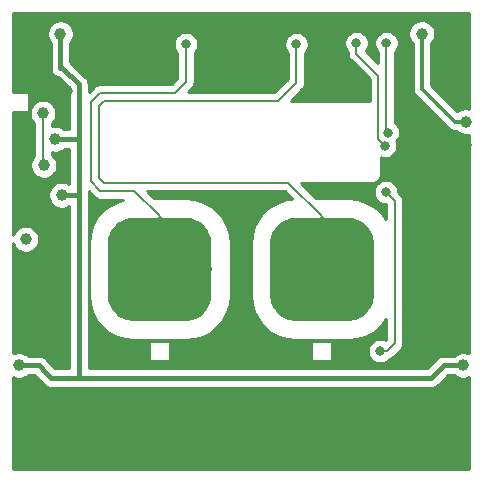
<source format=gbr>
G04 #@! TF.GenerationSoftware,KiCad,Pcbnew,(5.1.4)-1*
G04 #@! TF.CreationDate,2019-12-03T21:31:10+01:00*
G04 #@! TF.ProjectId,Top,546f702e-6b69-4636-9164-5f7063625858,rev?*
G04 #@! TF.SameCoordinates,Original*
G04 #@! TF.FileFunction,Copper,L1,Top*
G04 #@! TF.FilePolarity,Positive*
%FSLAX46Y46*%
G04 Gerber Fmt 4.6, Leading zero omitted, Abs format (unit mm)*
G04 Created by KiCad (PCBNEW (5.1.4)-1) date 2019-12-03 21:31:10*
%MOMM*%
%LPD*%
G04 APERTURE LIST*
%ADD10C,0.100000*%
%ADD11C,8.750000*%
%ADD12C,1.000000*%
%ADD13C,0.800000*%
%ADD14C,0.200000*%
%ADD15C,0.300000*%
%ADD16C,0.400000*%
%ADD17C,0.254000*%
G04 APERTURE END LIST*
D10*
G36*
X159751912Y-113535533D02*
G01*
X159964260Y-113567032D01*
X160172498Y-113619193D01*
X160374620Y-113691514D01*
X160568680Y-113783297D01*
X160752810Y-113893660D01*
X160925235Y-114021540D01*
X161084296Y-114165704D01*
X161228460Y-114324765D01*
X161356340Y-114497190D01*
X161466703Y-114681320D01*
X161558486Y-114875380D01*
X161630807Y-115077502D01*
X161682968Y-115285740D01*
X161714467Y-115498088D01*
X161725000Y-115712500D01*
X161725000Y-120087500D01*
X161714467Y-120301912D01*
X161682968Y-120514260D01*
X161630807Y-120722498D01*
X161558486Y-120924620D01*
X161466703Y-121118680D01*
X161356340Y-121302810D01*
X161228460Y-121475235D01*
X161084296Y-121634296D01*
X160925235Y-121778460D01*
X160752810Y-121906340D01*
X160568680Y-122016703D01*
X160374620Y-122108486D01*
X160172498Y-122180807D01*
X159964260Y-122232968D01*
X159751912Y-122264467D01*
X159537500Y-122275000D01*
X155162500Y-122275000D01*
X154948088Y-122264467D01*
X154735740Y-122232968D01*
X154527502Y-122180807D01*
X154325380Y-122108486D01*
X154131320Y-122016703D01*
X153947190Y-121906340D01*
X153774765Y-121778460D01*
X153615704Y-121634296D01*
X153471540Y-121475235D01*
X153343660Y-121302810D01*
X153233297Y-121118680D01*
X153141514Y-120924620D01*
X153069193Y-120722498D01*
X153017032Y-120514260D01*
X152985533Y-120301912D01*
X152975000Y-120087500D01*
X152975000Y-115712500D01*
X152985533Y-115498088D01*
X153017032Y-115285740D01*
X153069193Y-115077502D01*
X153141514Y-114875380D01*
X153233297Y-114681320D01*
X153343660Y-114497190D01*
X153471540Y-114324765D01*
X153615704Y-114165704D01*
X153774765Y-114021540D01*
X153947190Y-113893660D01*
X154131320Y-113783297D01*
X154325380Y-113691514D01*
X154527502Y-113619193D01*
X154735740Y-113567032D01*
X154948088Y-113535533D01*
X155162500Y-113525000D01*
X159537500Y-113525000D01*
X159751912Y-113535533D01*
X159751912Y-113535533D01*
G37*
D11*
X157350000Y-117900000D03*
D10*
G36*
X146001912Y-113535533D02*
G01*
X146214260Y-113567032D01*
X146422498Y-113619193D01*
X146624620Y-113691514D01*
X146818680Y-113783297D01*
X147002810Y-113893660D01*
X147175235Y-114021540D01*
X147334296Y-114165704D01*
X147478460Y-114324765D01*
X147606340Y-114497190D01*
X147716703Y-114681320D01*
X147808486Y-114875380D01*
X147880807Y-115077502D01*
X147932968Y-115285740D01*
X147964467Y-115498088D01*
X147975000Y-115712500D01*
X147975000Y-120087500D01*
X147964467Y-120301912D01*
X147932968Y-120514260D01*
X147880807Y-120722498D01*
X147808486Y-120924620D01*
X147716703Y-121118680D01*
X147606340Y-121302810D01*
X147478460Y-121475235D01*
X147334296Y-121634296D01*
X147175235Y-121778460D01*
X147002810Y-121906340D01*
X146818680Y-122016703D01*
X146624620Y-122108486D01*
X146422498Y-122180807D01*
X146214260Y-122232968D01*
X146001912Y-122264467D01*
X145787500Y-122275000D01*
X141412500Y-122275000D01*
X141198088Y-122264467D01*
X140985740Y-122232968D01*
X140777502Y-122180807D01*
X140575380Y-122108486D01*
X140381320Y-122016703D01*
X140197190Y-121906340D01*
X140024765Y-121778460D01*
X139865704Y-121634296D01*
X139721540Y-121475235D01*
X139593660Y-121302810D01*
X139483297Y-121118680D01*
X139391514Y-120924620D01*
X139319193Y-120722498D01*
X139267032Y-120514260D01*
X139235533Y-120301912D01*
X139225000Y-120087500D01*
X139225000Y-115712500D01*
X139235533Y-115498088D01*
X139267032Y-115285740D01*
X139319193Y-115077502D01*
X139391514Y-114875380D01*
X139483297Y-114681320D01*
X139593660Y-114497190D01*
X139721540Y-114324765D01*
X139865704Y-114165704D01*
X140024765Y-114021540D01*
X140197190Y-113893660D01*
X140381320Y-113783297D01*
X140575380Y-113691514D01*
X140777502Y-113619193D01*
X140985740Y-113567032D01*
X141198088Y-113535533D01*
X141412500Y-113525000D01*
X145787500Y-113525000D01*
X146001912Y-113535533D01*
X146001912Y-113535533D01*
G37*
D11*
X143600000Y-117900000D03*
D12*
X169300000Y-97950000D03*
X169500000Y-107400000D03*
X131700000Y-97950000D03*
D13*
X161550000Y-97600000D03*
D12*
X169300000Y-133050000D03*
X131700000Y-133050000D03*
D13*
X159000000Y-97600000D03*
X142025000Y-97600000D03*
X139475000Y-97600000D03*
D12*
X139462500Y-100875000D03*
X135749981Y-102812500D03*
X134924999Y-110129376D03*
X158050000Y-100825000D03*
X146050000Y-124825000D03*
X154875000Y-124825000D03*
X135275000Y-115350000D03*
D13*
X150500000Y-111600000D03*
D12*
X133725000Y-104687500D03*
X133799998Y-109100000D03*
X132275000Y-115350000D03*
X165800000Y-97950000D03*
X169500000Y-105400000D03*
X131700000Y-126050000D03*
X169300000Y-126050000D03*
X135200000Y-97950000D03*
X135300000Y-111625000D03*
X134749998Y-106900000D03*
D13*
X160260000Y-98750000D03*
X162680020Y-107450000D03*
X162800000Y-98750000D03*
X162925000Y-106325000D03*
X162262500Y-124825000D03*
X162750000Y-111375000D03*
X155180000Y-98850000D03*
X145825000Y-98850000D03*
D14*
X133725000Y-104687500D02*
X133725000Y-105275000D01*
X133725000Y-109025002D02*
X133799998Y-109100000D01*
X133725000Y-104687500D02*
X133725000Y-109025002D01*
D15*
X165800000Y-100750000D02*
X165800000Y-97950000D01*
X165800000Y-102625000D02*
X165800000Y-100750000D01*
X168575000Y-105400000D02*
X165800000Y-102625000D01*
X169500000Y-105400000D02*
X168575000Y-105400000D01*
D16*
X167650000Y-126050000D02*
X166600000Y-127100000D01*
X169300000Y-126050000D02*
X167650000Y-126050000D01*
X133350000Y-126050000D02*
X131700000Y-126050000D01*
X135200000Y-97950000D02*
X135200000Y-100850000D01*
X134400000Y-127100000D02*
X133962500Y-126662500D01*
X133962500Y-126662500D02*
X133350000Y-126050000D01*
X135200000Y-100850000D02*
X135375000Y-100850000D01*
X135375000Y-100850000D02*
X136749991Y-102224991D01*
X136749991Y-124175009D02*
X136750000Y-124175018D01*
X136750000Y-126975000D02*
X136625000Y-127100000D01*
X136750000Y-124175018D02*
X136750000Y-126975000D01*
X166600000Y-127100000D02*
X136625000Y-127100000D01*
X136625000Y-127100000D02*
X134400000Y-127100000D01*
X136150009Y-111624991D02*
X136749991Y-111624991D01*
X136150000Y-111625000D02*
X136150009Y-111624991D01*
X135300000Y-111625000D02*
X136150000Y-111625000D01*
X136749991Y-111624991D02*
X136749991Y-124175009D01*
X136749991Y-102224991D02*
X136749991Y-106775009D01*
X135457104Y-106900000D02*
X136750000Y-106900000D01*
X134749998Y-106900000D02*
X135457104Y-106900000D01*
X136749991Y-106775009D02*
X136750000Y-106900000D01*
X136750000Y-106900000D02*
X136749991Y-111624991D01*
D14*
X160260000Y-99650000D02*
X162125000Y-101515000D01*
X160260000Y-99650000D02*
X160260000Y-98750000D01*
X162125000Y-106894980D02*
X162125000Y-106400000D01*
X162680020Y-107450000D02*
X162125000Y-106894980D01*
X162125000Y-101515000D02*
X162125000Y-106400000D01*
X162800000Y-106200000D02*
X162925000Y-106325000D01*
X162800000Y-98750000D02*
X162800000Y-106200000D01*
X162850000Y-124825000D02*
X163500000Y-124175000D01*
X162262500Y-124825000D02*
X162850000Y-124825000D01*
X163500000Y-112125000D02*
X163500000Y-116175000D01*
X162750000Y-111375000D02*
X163500000Y-112125000D01*
X163500000Y-124175000D02*
X163500000Y-116175000D01*
X153620000Y-103660000D02*
X155180000Y-102100000D01*
X138860748Y-103660000D02*
X153620000Y-103660000D01*
X157350000Y-113425000D02*
X154505000Y-110580000D01*
X157350000Y-117900000D02*
X157350000Y-113425000D01*
X154505000Y-110580000D02*
X138880748Y-110580000D01*
X138880748Y-110580000D02*
X138480000Y-110179252D01*
X138480000Y-110179252D02*
X138480000Y-104040748D01*
X138480000Y-104040748D02*
X138860748Y-103660000D01*
X155180000Y-102100000D02*
X155180000Y-98850000D01*
X137779990Y-103745010D02*
X138575000Y-102950000D01*
X144925000Y-102950000D02*
X145825000Y-102050000D01*
X137779990Y-110469205D02*
X137779990Y-103745010D01*
X143600000Y-117900000D02*
X143600000Y-113425000D01*
X143600000Y-113425000D02*
X141455010Y-111280010D01*
X138575000Y-102950000D02*
X144925000Y-102950000D01*
X138590793Y-111280010D02*
X137779990Y-110469205D01*
X141455010Y-111280010D02*
X138590793Y-111280010D01*
X145825000Y-102050000D02*
X145825000Y-98850000D01*
D17*
G36*
X133401070Y-127281939D02*
G01*
X133401081Y-127281948D01*
X133780554Y-127661421D01*
X133806709Y-127693291D01*
X133933854Y-127797636D01*
X134078913Y-127875172D01*
X134236311Y-127922918D01*
X134358981Y-127935000D01*
X134358991Y-127935000D01*
X134399999Y-127939039D01*
X134441007Y-127935000D01*
X136583982Y-127935000D01*
X136625000Y-127939040D01*
X136666018Y-127935000D01*
X166558982Y-127935000D01*
X166600000Y-127939040D01*
X166641018Y-127935000D01*
X166641019Y-127935000D01*
X166763689Y-127922918D01*
X166921087Y-127875172D01*
X167066146Y-127797636D01*
X167193291Y-127693291D01*
X167219446Y-127661421D01*
X167995868Y-126885000D01*
X168529868Y-126885000D01*
X168576480Y-126931612D01*
X168762376Y-127055824D01*
X168968933Y-127141383D01*
X169188212Y-127185000D01*
X169411788Y-127185000D01*
X169631067Y-127141383D01*
X169815001Y-127065195D01*
X169815001Y-134815000D01*
X131185000Y-134815000D01*
X131185000Y-127065195D01*
X131368933Y-127141383D01*
X131588212Y-127185000D01*
X131811788Y-127185000D01*
X132031067Y-127141383D01*
X132237624Y-127055824D01*
X132423520Y-126931612D01*
X132470132Y-126885000D01*
X133004132Y-126885000D01*
X133401070Y-127281939D01*
X133401070Y-127281939D01*
G37*
X133401070Y-127281939D02*
X133401081Y-127281948D01*
X133780554Y-127661421D01*
X133806709Y-127693291D01*
X133933854Y-127797636D01*
X134078913Y-127875172D01*
X134236311Y-127922918D01*
X134358981Y-127935000D01*
X134358991Y-127935000D01*
X134399999Y-127939039D01*
X134441007Y-127935000D01*
X136583982Y-127935000D01*
X136625000Y-127939040D01*
X136666018Y-127935000D01*
X166558982Y-127935000D01*
X166600000Y-127939040D01*
X166641018Y-127935000D01*
X166641019Y-127935000D01*
X166763689Y-127922918D01*
X166921087Y-127875172D01*
X167066146Y-127797636D01*
X167193291Y-127693291D01*
X167219446Y-127661421D01*
X167995868Y-126885000D01*
X168529868Y-126885000D01*
X168576480Y-126931612D01*
X168762376Y-127055824D01*
X168968933Y-127141383D01*
X169188212Y-127185000D01*
X169411788Y-127185000D01*
X169631067Y-127141383D01*
X169815001Y-127065195D01*
X169815001Y-134815000D01*
X131185000Y-134815000D01*
X131185000Y-127065195D01*
X131368933Y-127141383D01*
X131588212Y-127185000D01*
X131811788Y-127185000D01*
X132031067Y-127141383D01*
X132237624Y-127055824D01*
X132423520Y-126931612D01*
X132470132Y-126885000D01*
X133004132Y-126885000D01*
X133401070Y-127281939D01*
G36*
X169815000Y-104305421D02*
G01*
X169611788Y-104265000D01*
X169388212Y-104265000D01*
X169168933Y-104308617D01*
X168962376Y-104394176D01*
X168792704Y-104507547D01*
X166585000Y-102299843D01*
X166585000Y-98770132D01*
X166681612Y-98673520D01*
X166805824Y-98487624D01*
X166891383Y-98281067D01*
X166935000Y-98061788D01*
X166935000Y-97838212D01*
X166891383Y-97618933D01*
X166805824Y-97412376D01*
X166681612Y-97226480D01*
X166523520Y-97068388D01*
X166337624Y-96944176D01*
X166131067Y-96858617D01*
X165911788Y-96815000D01*
X165688212Y-96815000D01*
X165468933Y-96858617D01*
X165262376Y-96944176D01*
X165076480Y-97068388D01*
X164918388Y-97226480D01*
X164794176Y-97412376D01*
X164708617Y-97618933D01*
X164665000Y-97838212D01*
X164665000Y-98061788D01*
X164708617Y-98281067D01*
X164794176Y-98487624D01*
X164918388Y-98673520D01*
X165015001Y-98770133D01*
X165015000Y-100788560D01*
X165015001Y-100788570D01*
X165015000Y-102586447D01*
X165011203Y-102625000D01*
X165015000Y-102663553D01*
X165015000Y-102663560D01*
X165026359Y-102778886D01*
X165071246Y-102926859D01*
X165144138Y-103063232D01*
X165242236Y-103182764D01*
X165272190Y-103207347D01*
X167992653Y-105927810D01*
X168017236Y-105957764D01*
X168136767Y-106055862D01*
X168263348Y-106123520D01*
X168273140Y-106128754D01*
X168421113Y-106173642D01*
X168494975Y-106180916D01*
X168536439Y-106185000D01*
X168536444Y-106185000D01*
X168575000Y-106188797D01*
X168613556Y-106185000D01*
X168679868Y-106185000D01*
X168776480Y-106281612D01*
X168962376Y-106405824D01*
X169168933Y-106491383D01*
X169388212Y-106535000D01*
X169611788Y-106535000D01*
X169815000Y-106494579D01*
X169815001Y-125034805D01*
X169631067Y-124958617D01*
X169411788Y-124915000D01*
X169188212Y-124915000D01*
X168968933Y-124958617D01*
X168762376Y-125044176D01*
X168576480Y-125168388D01*
X168529868Y-125215000D01*
X167691015Y-125215000D01*
X167649999Y-125210960D01*
X167608983Y-125215000D01*
X167608981Y-125215000D01*
X167486311Y-125227082D01*
X167328913Y-125274828D01*
X167183854Y-125352364D01*
X167056709Y-125456709D01*
X167030558Y-125488574D01*
X166254133Y-126265000D01*
X137585000Y-126265000D01*
X137585000Y-124216036D01*
X137589040Y-124175018D01*
X137584991Y-124133908D01*
X137584991Y-124075000D01*
X142723000Y-124075000D01*
X142723000Y-125575000D01*
X142725440Y-125599776D01*
X142732667Y-125623601D01*
X142744403Y-125645557D01*
X142760197Y-125664803D01*
X142779443Y-125680597D01*
X142801399Y-125692333D01*
X142825224Y-125699560D01*
X142850000Y-125702000D01*
X144350000Y-125702000D01*
X144374776Y-125699560D01*
X144398601Y-125692333D01*
X144420557Y-125680597D01*
X144439803Y-125664803D01*
X144455597Y-125645557D01*
X144467333Y-125623601D01*
X144474560Y-125599776D01*
X144477000Y-125575000D01*
X144477000Y-124075000D01*
X156448000Y-124075000D01*
X156448000Y-125575000D01*
X156450440Y-125599776D01*
X156457667Y-125623601D01*
X156469403Y-125645557D01*
X156485197Y-125664803D01*
X156504443Y-125680597D01*
X156526399Y-125692333D01*
X156550224Y-125699560D01*
X156575000Y-125702000D01*
X158075000Y-125702000D01*
X158099776Y-125699560D01*
X158123601Y-125692333D01*
X158145557Y-125680597D01*
X158164803Y-125664803D01*
X158180597Y-125645557D01*
X158192333Y-125623601D01*
X158199560Y-125599776D01*
X158202000Y-125575000D01*
X158202000Y-124075000D01*
X158199560Y-124050224D01*
X158192333Y-124026399D01*
X158180597Y-124004443D01*
X158164803Y-123985197D01*
X158145557Y-123969403D01*
X158123601Y-123957667D01*
X158099776Y-123950440D01*
X158075000Y-123948000D01*
X156575000Y-123948000D01*
X156550224Y-123950440D01*
X156526399Y-123957667D01*
X156504443Y-123969403D01*
X156485197Y-123985197D01*
X156469403Y-124004443D01*
X156457667Y-124026399D01*
X156450440Y-124050224D01*
X156448000Y-124075000D01*
X144477000Y-124075000D01*
X144474560Y-124050224D01*
X144467333Y-124026399D01*
X144455597Y-124004443D01*
X144439803Y-123985197D01*
X144420557Y-123969403D01*
X144398601Y-123957667D01*
X144374776Y-123950440D01*
X144350000Y-123948000D01*
X142850000Y-123948000D01*
X142825224Y-123950440D01*
X142801399Y-123957667D01*
X142779443Y-123969403D01*
X142760197Y-123985197D01*
X142744403Y-124004443D01*
X142732667Y-124026399D01*
X142725440Y-124050224D01*
X142723000Y-124075000D01*
X137584991Y-124075000D01*
X137584991Y-111666008D01*
X137589031Y-111624991D01*
X137584990Y-111583964D01*
X137584991Y-111313653D01*
X138045538Y-111774202D01*
X138068555Y-111802248D01*
X138180473Y-111894097D01*
X138308160Y-111962347D01*
X138446708Y-112004375D01*
X138554688Y-112015010D01*
X138554690Y-112015010D01*
X138590792Y-112018566D01*
X138626897Y-112015010D01*
X140497230Y-112015010D01*
X139949742Y-112181089D01*
X139288904Y-112534314D01*
X138709675Y-113009675D01*
X138234314Y-113588904D01*
X137881089Y-114249742D01*
X137663574Y-114966792D01*
X137590128Y-115712500D01*
X137590128Y-120087500D01*
X137663574Y-120833208D01*
X137881089Y-121550258D01*
X138234314Y-122211096D01*
X138709675Y-122790325D01*
X139288904Y-123265686D01*
X139949742Y-123618911D01*
X140666792Y-123836426D01*
X141412500Y-123909872D01*
X145787500Y-123909872D01*
X146533208Y-123836426D01*
X147250258Y-123618911D01*
X147911096Y-123265686D01*
X148490325Y-122790325D01*
X148965686Y-122211096D01*
X149318911Y-121550258D01*
X149536426Y-120833208D01*
X149609872Y-120087500D01*
X149609872Y-115712500D01*
X149536426Y-114966792D01*
X149318911Y-114249742D01*
X148965686Y-113588904D01*
X148490325Y-113009675D01*
X147911096Y-112534314D01*
X147250258Y-112181089D01*
X146533208Y-111963574D01*
X145787500Y-111890128D01*
X143104575Y-111890128D01*
X142529446Y-111315000D01*
X154200554Y-111315000D01*
X154810364Y-111924810D01*
X154416792Y-111963574D01*
X153699742Y-112181089D01*
X153038904Y-112534314D01*
X152459675Y-113009675D01*
X151984314Y-113588904D01*
X151631089Y-114249742D01*
X151413574Y-114966792D01*
X151340128Y-115712500D01*
X151340128Y-120087500D01*
X151413574Y-120833208D01*
X151631089Y-121550258D01*
X151984314Y-122211096D01*
X152459675Y-122790325D01*
X153038904Y-123265686D01*
X153699742Y-123618911D01*
X154416792Y-123836426D01*
X155162500Y-123909872D01*
X159537500Y-123909872D01*
X160283208Y-123836426D01*
X161000258Y-123618911D01*
X161661096Y-123265686D01*
X162240325Y-122790325D01*
X162715686Y-122211096D01*
X162765000Y-122118835D01*
X162765000Y-123870553D01*
X162735080Y-123900473D01*
X162564398Y-123829774D01*
X162364439Y-123790000D01*
X162160561Y-123790000D01*
X161960602Y-123829774D01*
X161772244Y-123907795D01*
X161602726Y-124021063D01*
X161458563Y-124165226D01*
X161345295Y-124334744D01*
X161267274Y-124523102D01*
X161227500Y-124723061D01*
X161227500Y-124926939D01*
X161267274Y-125126898D01*
X161345295Y-125315256D01*
X161458563Y-125484774D01*
X161602726Y-125628937D01*
X161772244Y-125742205D01*
X161960602Y-125820226D01*
X162160561Y-125860000D01*
X162364439Y-125860000D01*
X162564398Y-125820226D01*
X162752756Y-125742205D01*
X162922274Y-125628937D01*
X163005225Y-125545986D01*
X163132633Y-125507337D01*
X163260320Y-125439087D01*
X163372238Y-125347238D01*
X163395258Y-125319188D01*
X163994197Y-124720250D01*
X164022237Y-124697238D01*
X164045250Y-124669197D01*
X164045253Y-124669194D01*
X164114087Y-124585320D01*
X164161778Y-124496096D01*
X164182337Y-124457633D01*
X164224365Y-124319085D01*
X164235000Y-124211105D01*
X164235000Y-124211104D01*
X164238556Y-124175000D01*
X164235000Y-124138895D01*
X164235000Y-112161096D01*
X164238555Y-112124999D01*
X164235000Y-112088902D01*
X164235000Y-112088895D01*
X164224365Y-111980915D01*
X164218733Y-111962347D01*
X164198029Y-111894097D01*
X164182337Y-111842367D01*
X164114087Y-111714680D01*
X164074145Y-111666011D01*
X164045253Y-111630806D01*
X164045250Y-111630803D01*
X164022237Y-111602762D01*
X163994197Y-111579750D01*
X163785000Y-111370553D01*
X163785000Y-111273061D01*
X163745226Y-111073102D01*
X163667205Y-110884744D01*
X163553937Y-110715226D01*
X163409774Y-110571063D01*
X163240256Y-110457795D01*
X163051898Y-110379774D01*
X162851939Y-110340000D01*
X162648061Y-110340000D01*
X162448102Y-110379774D01*
X162259744Y-110457795D01*
X162090226Y-110571063D01*
X161946063Y-110715226D01*
X161832795Y-110884744D01*
X161754774Y-111073102D01*
X161715000Y-111273061D01*
X161715000Y-111476939D01*
X161754774Y-111676898D01*
X161832795Y-111865256D01*
X161946063Y-112034774D01*
X162090226Y-112178937D01*
X162259744Y-112292205D01*
X162448102Y-112370226D01*
X162648061Y-112410000D01*
X162745553Y-112410000D01*
X162765000Y-112429447D01*
X162765000Y-113681165D01*
X162715686Y-113588904D01*
X162240325Y-113009675D01*
X161661096Y-112534314D01*
X161000258Y-112181089D01*
X160283208Y-111963574D01*
X159537500Y-111890128D01*
X156854575Y-111890128D01*
X155559446Y-110595000D01*
X161596353Y-110595000D01*
X161630000Y-110598314D01*
X161764283Y-110585088D01*
X161893406Y-110545919D01*
X162012407Y-110482312D01*
X162116711Y-110396711D01*
X162202312Y-110292407D01*
X162265919Y-110173406D01*
X162305088Y-110044283D01*
X162315000Y-109943647D01*
X162315000Y-109943646D01*
X162318314Y-109910000D01*
X162315000Y-109876353D01*
X162315000Y-108419080D01*
X162378122Y-108445226D01*
X162578081Y-108485000D01*
X162781959Y-108485000D01*
X162981918Y-108445226D01*
X163170276Y-108367205D01*
X163339794Y-108253937D01*
X163483957Y-108109774D01*
X163597225Y-107940256D01*
X163675246Y-107751898D01*
X163715020Y-107551939D01*
X163715020Y-107348061D01*
X163675246Y-107148102D01*
X163643134Y-107070577D01*
X163728937Y-106984774D01*
X163842205Y-106815256D01*
X163920226Y-106626898D01*
X163960000Y-106426939D01*
X163960000Y-106223061D01*
X163920226Y-106023102D01*
X163842205Y-105834744D01*
X163728937Y-105665226D01*
X163584774Y-105521063D01*
X163535000Y-105487805D01*
X163535000Y-99478711D01*
X163603937Y-99409774D01*
X163717205Y-99240256D01*
X163795226Y-99051898D01*
X163835000Y-98851939D01*
X163835000Y-98648061D01*
X163795226Y-98448102D01*
X163717205Y-98259744D01*
X163603937Y-98090226D01*
X163459774Y-97946063D01*
X163290256Y-97832795D01*
X163101898Y-97754774D01*
X162901939Y-97715000D01*
X162698061Y-97715000D01*
X162498102Y-97754774D01*
X162309744Y-97832795D01*
X162140226Y-97946063D01*
X161996063Y-98090226D01*
X161882795Y-98259744D01*
X161804774Y-98448102D01*
X161765000Y-98648061D01*
X161765000Y-98851939D01*
X161804774Y-99051898D01*
X161882795Y-99240256D01*
X161996063Y-99409774D01*
X162065000Y-99478711D01*
X162065000Y-100415554D01*
X161061579Y-99412132D01*
X161063937Y-99409774D01*
X161177205Y-99240256D01*
X161255226Y-99051898D01*
X161295000Y-98851939D01*
X161295000Y-98648061D01*
X161255226Y-98448102D01*
X161177205Y-98259744D01*
X161063937Y-98090226D01*
X160919774Y-97946063D01*
X160750256Y-97832795D01*
X160561898Y-97754774D01*
X160361939Y-97715000D01*
X160158061Y-97715000D01*
X159958102Y-97754774D01*
X159769744Y-97832795D01*
X159600226Y-97946063D01*
X159456063Y-98090226D01*
X159342795Y-98259744D01*
X159264774Y-98448102D01*
X159225000Y-98648061D01*
X159225000Y-98851939D01*
X159264774Y-99051898D01*
X159342795Y-99240256D01*
X159456063Y-99409774D01*
X159525000Y-99478711D01*
X159525000Y-99613895D01*
X159521444Y-99650000D01*
X159525000Y-99686104D01*
X159535635Y-99794084D01*
X159577663Y-99932632D01*
X159645913Y-100060319D01*
X159737762Y-100172237D01*
X159765808Y-100195254D01*
X161390000Y-101819447D01*
X161390000Y-103625000D01*
X154694446Y-103625000D01*
X155674197Y-102645250D01*
X155702237Y-102622238D01*
X155725250Y-102594197D01*
X155725253Y-102594194D01*
X155794086Y-102510321D01*
X155794087Y-102510320D01*
X155862337Y-102382633D01*
X155891616Y-102286114D01*
X155904365Y-102244086D01*
X155906246Y-102224991D01*
X155915000Y-102136105D01*
X155915000Y-102136098D01*
X155918555Y-102100001D01*
X155915000Y-102063904D01*
X155915000Y-99578711D01*
X155983937Y-99509774D01*
X156097205Y-99340256D01*
X156175226Y-99151898D01*
X156215000Y-98951939D01*
X156215000Y-98748061D01*
X156175226Y-98548102D01*
X156097205Y-98359744D01*
X155983937Y-98190226D01*
X155839774Y-98046063D01*
X155670256Y-97932795D01*
X155481898Y-97854774D01*
X155281939Y-97815000D01*
X155078061Y-97815000D01*
X154878102Y-97854774D01*
X154689744Y-97932795D01*
X154520226Y-98046063D01*
X154376063Y-98190226D01*
X154262795Y-98359744D01*
X154184774Y-98548102D01*
X154145000Y-98748061D01*
X154145000Y-98951939D01*
X154184774Y-99151898D01*
X154262795Y-99340256D01*
X154376063Y-99509774D01*
X154445001Y-99578712D01*
X154445000Y-101795553D01*
X153315554Y-102925000D01*
X145989447Y-102925000D01*
X146319197Y-102595250D01*
X146347237Y-102572238D01*
X146370250Y-102544197D01*
X146370253Y-102544194D01*
X146439086Y-102460321D01*
X146439087Y-102460320D01*
X146507337Y-102332633D01*
X146549365Y-102194085D01*
X146560000Y-102086105D01*
X146560000Y-102086096D01*
X146563555Y-102050001D01*
X146560000Y-102013906D01*
X146560000Y-99578711D01*
X146628937Y-99509774D01*
X146742205Y-99340256D01*
X146820226Y-99151898D01*
X146860000Y-98951939D01*
X146860000Y-98748061D01*
X146820226Y-98548102D01*
X146742205Y-98359744D01*
X146628937Y-98190226D01*
X146484774Y-98046063D01*
X146315256Y-97932795D01*
X146126898Y-97854774D01*
X145926939Y-97815000D01*
X145723061Y-97815000D01*
X145523102Y-97854774D01*
X145334744Y-97932795D01*
X145165226Y-98046063D01*
X145021063Y-98190226D01*
X144907795Y-98359744D01*
X144829774Y-98548102D01*
X144790000Y-98748061D01*
X144790000Y-98951939D01*
X144829774Y-99151898D01*
X144907795Y-99340256D01*
X145021063Y-99509774D01*
X145090001Y-99578712D01*
X145090000Y-101745553D01*
X144620554Y-102215000D01*
X138611105Y-102215000D01*
X138575000Y-102211444D01*
X138538895Y-102215000D01*
X138430915Y-102225635D01*
X138292367Y-102267663D01*
X138164680Y-102335913D01*
X138052762Y-102427762D01*
X138029746Y-102455807D01*
X137584991Y-102900563D01*
X137584991Y-102266009D01*
X137589031Y-102224991D01*
X137572909Y-102061302D01*
X137525163Y-101903904D01*
X137447627Y-101758845D01*
X137369430Y-101663561D01*
X137369428Y-101663559D01*
X137343282Y-101631700D01*
X137311424Y-101605555D01*
X136035000Y-100329133D01*
X136035000Y-98720132D01*
X136081612Y-98673520D01*
X136205824Y-98487624D01*
X136291383Y-98281067D01*
X136335000Y-98061788D01*
X136335000Y-97838212D01*
X136291383Y-97618933D01*
X136205824Y-97412376D01*
X136081612Y-97226480D01*
X135923520Y-97068388D01*
X135737624Y-96944176D01*
X135531067Y-96858617D01*
X135311788Y-96815000D01*
X135088212Y-96815000D01*
X134868933Y-96858617D01*
X134662376Y-96944176D01*
X134476480Y-97068388D01*
X134318388Y-97226480D01*
X134194176Y-97412376D01*
X134108617Y-97618933D01*
X134065000Y-97838212D01*
X134065000Y-98061788D01*
X134108617Y-98281067D01*
X134194176Y-98487624D01*
X134318388Y-98673520D01*
X134365000Y-98720132D01*
X134365001Y-100808971D01*
X134360960Y-100850000D01*
X134377082Y-101013689D01*
X134424828Y-101171087D01*
X134502364Y-101316146D01*
X134606709Y-101443291D01*
X134733854Y-101547636D01*
X134878913Y-101625172D01*
X135008664Y-101664531D01*
X135914991Y-102570860D01*
X135914992Y-106065000D01*
X135520130Y-106065000D01*
X135473518Y-106018388D01*
X135287622Y-105894176D01*
X135081065Y-105808617D01*
X134861786Y-105765000D01*
X134638210Y-105765000D01*
X134460000Y-105800448D01*
X134460000Y-105557632D01*
X134606612Y-105411020D01*
X134730824Y-105225124D01*
X134816383Y-105018567D01*
X134860000Y-104799288D01*
X134860000Y-104575712D01*
X134816383Y-104356433D01*
X134730824Y-104149876D01*
X134606612Y-103963980D01*
X134448520Y-103805888D01*
X134262624Y-103681676D01*
X134056067Y-103596117D01*
X133836788Y-103552500D01*
X133613212Y-103552500D01*
X133393933Y-103596117D01*
X133187376Y-103681676D01*
X133001480Y-103805888D01*
X132843388Y-103963980D01*
X132719176Y-104149876D01*
X132633617Y-104356433D01*
X132590000Y-104575712D01*
X132590000Y-104799288D01*
X132633617Y-105018567D01*
X132719176Y-105225124D01*
X132843388Y-105411020D01*
X132990000Y-105557632D01*
X132990001Y-108304865D01*
X132918386Y-108376480D01*
X132794174Y-108562376D01*
X132708615Y-108768933D01*
X132664998Y-108988212D01*
X132664998Y-109211788D01*
X132708615Y-109431067D01*
X132794174Y-109637624D01*
X132918386Y-109823520D01*
X133076478Y-109981612D01*
X133262374Y-110105824D01*
X133468931Y-110191383D01*
X133688210Y-110235000D01*
X133911786Y-110235000D01*
X134131065Y-110191383D01*
X134337622Y-110105824D01*
X134523518Y-109981612D01*
X134681610Y-109823520D01*
X134805822Y-109637624D01*
X134891381Y-109431067D01*
X134934998Y-109211788D01*
X134934998Y-108988212D01*
X134891381Y-108768933D01*
X134805822Y-108562376D01*
X134681610Y-108376480D01*
X134523518Y-108218388D01*
X134460000Y-108175947D01*
X134460000Y-107999552D01*
X134638210Y-108035000D01*
X134861786Y-108035000D01*
X135081065Y-107991383D01*
X135287622Y-107905824D01*
X135473518Y-107781612D01*
X135520130Y-107735000D01*
X135914999Y-107735000D01*
X135914993Y-110670872D01*
X135837624Y-110619176D01*
X135631067Y-110533617D01*
X135411788Y-110490000D01*
X135188212Y-110490000D01*
X134968933Y-110533617D01*
X134762376Y-110619176D01*
X134576480Y-110743388D01*
X134418388Y-110901480D01*
X134294176Y-111087376D01*
X134208617Y-111293933D01*
X134165000Y-111513212D01*
X134165000Y-111736788D01*
X134208617Y-111956067D01*
X134294176Y-112162624D01*
X134418388Y-112348520D01*
X134576480Y-112506612D01*
X134762376Y-112630824D01*
X134968933Y-112716383D01*
X135188212Y-112760000D01*
X135411788Y-112760000D01*
X135631067Y-112716383D01*
X135837624Y-112630824D01*
X135914991Y-112579129D01*
X135914992Y-124133980D01*
X135910951Y-124175009D01*
X135915000Y-124216119D01*
X135915001Y-126265000D01*
X134745867Y-126265000D01*
X134581948Y-126101081D01*
X134581939Y-126101070D01*
X133969445Y-125488578D01*
X133943291Y-125456709D01*
X133816146Y-125352364D01*
X133671087Y-125274828D01*
X133513689Y-125227082D01*
X133391019Y-125215000D01*
X133391018Y-125215000D01*
X133350000Y-125210960D01*
X133308982Y-125215000D01*
X132470132Y-125215000D01*
X132423520Y-125168388D01*
X132237624Y-125044176D01*
X132031067Y-124958617D01*
X131811788Y-124915000D01*
X131588212Y-124915000D01*
X131368933Y-124958617D01*
X131185000Y-125034805D01*
X131185000Y-115684406D01*
X131269176Y-115887624D01*
X131393388Y-116073520D01*
X131551480Y-116231612D01*
X131737376Y-116355824D01*
X131943933Y-116441383D01*
X132163212Y-116485000D01*
X132386788Y-116485000D01*
X132606067Y-116441383D01*
X132812624Y-116355824D01*
X132998520Y-116231612D01*
X133156612Y-116073520D01*
X133280824Y-115887624D01*
X133366383Y-115681067D01*
X133410000Y-115461788D01*
X133410000Y-115238212D01*
X133366383Y-115018933D01*
X133280824Y-114812376D01*
X133156612Y-114626480D01*
X132998520Y-114468388D01*
X132812624Y-114344176D01*
X132606067Y-114258617D01*
X132386788Y-114215000D01*
X132163212Y-114215000D01*
X131943933Y-114258617D01*
X131737376Y-114344176D01*
X131551480Y-114468388D01*
X131393388Y-114626480D01*
X131269176Y-114812376D01*
X131185000Y-115015594D01*
X131185000Y-104627000D01*
X132425000Y-104627000D01*
X132449776Y-104624560D01*
X132473601Y-104617333D01*
X132495557Y-104605597D01*
X132514803Y-104589803D01*
X132530597Y-104570557D01*
X132542333Y-104548601D01*
X132549560Y-104524776D01*
X132552000Y-104500000D01*
X132552000Y-103000000D01*
X132549560Y-102975224D01*
X132542333Y-102951399D01*
X132530597Y-102929443D01*
X132514803Y-102910197D01*
X132495557Y-102894403D01*
X132473601Y-102882667D01*
X132449776Y-102875440D01*
X132425000Y-102873000D01*
X131185000Y-102873000D01*
X131185000Y-96185000D01*
X169815000Y-96185000D01*
X169815000Y-104305421D01*
X169815000Y-104305421D01*
G37*
X169815000Y-104305421D02*
X169611788Y-104265000D01*
X169388212Y-104265000D01*
X169168933Y-104308617D01*
X168962376Y-104394176D01*
X168792704Y-104507547D01*
X166585000Y-102299843D01*
X166585000Y-98770132D01*
X166681612Y-98673520D01*
X166805824Y-98487624D01*
X166891383Y-98281067D01*
X166935000Y-98061788D01*
X166935000Y-97838212D01*
X166891383Y-97618933D01*
X166805824Y-97412376D01*
X166681612Y-97226480D01*
X166523520Y-97068388D01*
X166337624Y-96944176D01*
X166131067Y-96858617D01*
X165911788Y-96815000D01*
X165688212Y-96815000D01*
X165468933Y-96858617D01*
X165262376Y-96944176D01*
X165076480Y-97068388D01*
X164918388Y-97226480D01*
X164794176Y-97412376D01*
X164708617Y-97618933D01*
X164665000Y-97838212D01*
X164665000Y-98061788D01*
X164708617Y-98281067D01*
X164794176Y-98487624D01*
X164918388Y-98673520D01*
X165015001Y-98770133D01*
X165015000Y-100788560D01*
X165015001Y-100788570D01*
X165015000Y-102586447D01*
X165011203Y-102625000D01*
X165015000Y-102663553D01*
X165015000Y-102663560D01*
X165026359Y-102778886D01*
X165071246Y-102926859D01*
X165144138Y-103063232D01*
X165242236Y-103182764D01*
X165272190Y-103207347D01*
X167992653Y-105927810D01*
X168017236Y-105957764D01*
X168136767Y-106055862D01*
X168263348Y-106123520D01*
X168273140Y-106128754D01*
X168421113Y-106173642D01*
X168494975Y-106180916D01*
X168536439Y-106185000D01*
X168536444Y-106185000D01*
X168575000Y-106188797D01*
X168613556Y-106185000D01*
X168679868Y-106185000D01*
X168776480Y-106281612D01*
X168962376Y-106405824D01*
X169168933Y-106491383D01*
X169388212Y-106535000D01*
X169611788Y-106535000D01*
X169815000Y-106494579D01*
X169815001Y-125034805D01*
X169631067Y-124958617D01*
X169411788Y-124915000D01*
X169188212Y-124915000D01*
X168968933Y-124958617D01*
X168762376Y-125044176D01*
X168576480Y-125168388D01*
X168529868Y-125215000D01*
X167691015Y-125215000D01*
X167649999Y-125210960D01*
X167608983Y-125215000D01*
X167608981Y-125215000D01*
X167486311Y-125227082D01*
X167328913Y-125274828D01*
X167183854Y-125352364D01*
X167056709Y-125456709D01*
X167030558Y-125488574D01*
X166254133Y-126265000D01*
X137585000Y-126265000D01*
X137585000Y-124216036D01*
X137589040Y-124175018D01*
X137584991Y-124133908D01*
X137584991Y-124075000D01*
X142723000Y-124075000D01*
X142723000Y-125575000D01*
X142725440Y-125599776D01*
X142732667Y-125623601D01*
X142744403Y-125645557D01*
X142760197Y-125664803D01*
X142779443Y-125680597D01*
X142801399Y-125692333D01*
X142825224Y-125699560D01*
X142850000Y-125702000D01*
X144350000Y-125702000D01*
X144374776Y-125699560D01*
X144398601Y-125692333D01*
X144420557Y-125680597D01*
X144439803Y-125664803D01*
X144455597Y-125645557D01*
X144467333Y-125623601D01*
X144474560Y-125599776D01*
X144477000Y-125575000D01*
X144477000Y-124075000D01*
X156448000Y-124075000D01*
X156448000Y-125575000D01*
X156450440Y-125599776D01*
X156457667Y-125623601D01*
X156469403Y-125645557D01*
X156485197Y-125664803D01*
X156504443Y-125680597D01*
X156526399Y-125692333D01*
X156550224Y-125699560D01*
X156575000Y-125702000D01*
X158075000Y-125702000D01*
X158099776Y-125699560D01*
X158123601Y-125692333D01*
X158145557Y-125680597D01*
X158164803Y-125664803D01*
X158180597Y-125645557D01*
X158192333Y-125623601D01*
X158199560Y-125599776D01*
X158202000Y-125575000D01*
X158202000Y-124075000D01*
X158199560Y-124050224D01*
X158192333Y-124026399D01*
X158180597Y-124004443D01*
X158164803Y-123985197D01*
X158145557Y-123969403D01*
X158123601Y-123957667D01*
X158099776Y-123950440D01*
X158075000Y-123948000D01*
X156575000Y-123948000D01*
X156550224Y-123950440D01*
X156526399Y-123957667D01*
X156504443Y-123969403D01*
X156485197Y-123985197D01*
X156469403Y-124004443D01*
X156457667Y-124026399D01*
X156450440Y-124050224D01*
X156448000Y-124075000D01*
X144477000Y-124075000D01*
X144474560Y-124050224D01*
X144467333Y-124026399D01*
X144455597Y-124004443D01*
X144439803Y-123985197D01*
X144420557Y-123969403D01*
X144398601Y-123957667D01*
X144374776Y-123950440D01*
X144350000Y-123948000D01*
X142850000Y-123948000D01*
X142825224Y-123950440D01*
X142801399Y-123957667D01*
X142779443Y-123969403D01*
X142760197Y-123985197D01*
X142744403Y-124004443D01*
X142732667Y-124026399D01*
X142725440Y-124050224D01*
X142723000Y-124075000D01*
X137584991Y-124075000D01*
X137584991Y-111666008D01*
X137589031Y-111624991D01*
X137584990Y-111583964D01*
X137584991Y-111313653D01*
X138045538Y-111774202D01*
X138068555Y-111802248D01*
X138180473Y-111894097D01*
X138308160Y-111962347D01*
X138446708Y-112004375D01*
X138554688Y-112015010D01*
X138554690Y-112015010D01*
X138590792Y-112018566D01*
X138626897Y-112015010D01*
X140497230Y-112015010D01*
X139949742Y-112181089D01*
X139288904Y-112534314D01*
X138709675Y-113009675D01*
X138234314Y-113588904D01*
X137881089Y-114249742D01*
X137663574Y-114966792D01*
X137590128Y-115712500D01*
X137590128Y-120087500D01*
X137663574Y-120833208D01*
X137881089Y-121550258D01*
X138234314Y-122211096D01*
X138709675Y-122790325D01*
X139288904Y-123265686D01*
X139949742Y-123618911D01*
X140666792Y-123836426D01*
X141412500Y-123909872D01*
X145787500Y-123909872D01*
X146533208Y-123836426D01*
X147250258Y-123618911D01*
X147911096Y-123265686D01*
X148490325Y-122790325D01*
X148965686Y-122211096D01*
X149318911Y-121550258D01*
X149536426Y-120833208D01*
X149609872Y-120087500D01*
X149609872Y-115712500D01*
X149536426Y-114966792D01*
X149318911Y-114249742D01*
X148965686Y-113588904D01*
X148490325Y-113009675D01*
X147911096Y-112534314D01*
X147250258Y-112181089D01*
X146533208Y-111963574D01*
X145787500Y-111890128D01*
X143104575Y-111890128D01*
X142529446Y-111315000D01*
X154200554Y-111315000D01*
X154810364Y-111924810D01*
X154416792Y-111963574D01*
X153699742Y-112181089D01*
X153038904Y-112534314D01*
X152459675Y-113009675D01*
X151984314Y-113588904D01*
X151631089Y-114249742D01*
X151413574Y-114966792D01*
X151340128Y-115712500D01*
X151340128Y-120087500D01*
X151413574Y-120833208D01*
X151631089Y-121550258D01*
X151984314Y-122211096D01*
X152459675Y-122790325D01*
X153038904Y-123265686D01*
X153699742Y-123618911D01*
X154416792Y-123836426D01*
X155162500Y-123909872D01*
X159537500Y-123909872D01*
X160283208Y-123836426D01*
X161000258Y-123618911D01*
X161661096Y-123265686D01*
X162240325Y-122790325D01*
X162715686Y-122211096D01*
X162765000Y-122118835D01*
X162765000Y-123870553D01*
X162735080Y-123900473D01*
X162564398Y-123829774D01*
X162364439Y-123790000D01*
X162160561Y-123790000D01*
X161960602Y-123829774D01*
X161772244Y-123907795D01*
X161602726Y-124021063D01*
X161458563Y-124165226D01*
X161345295Y-124334744D01*
X161267274Y-124523102D01*
X161227500Y-124723061D01*
X161227500Y-124926939D01*
X161267274Y-125126898D01*
X161345295Y-125315256D01*
X161458563Y-125484774D01*
X161602726Y-125628937D01*
X161772244Y-125742205D01*
X161960602Y-125820226D01*
X162160561Y-125860000D01*
X162364439Y-125860000D01*
X162564398Y-125820226D01*
X162752756Y-125742205D01*
X162922274Y-125628937D01*
X163005225Y-125545986D01*
X163132633Y-125507337D01*
X163260320Y-125439087D01*
X163372238Y-125347238D01*
X163395258Y-125319188D01*
X163994197Y-124720250D01*
X164022237Y-124697238D01*
X164045250Y-124669197D01*
X164045253Y-124669194D01*
X164114087Y-124585320D01*
X164161778Y-124496096D01*
X164182337Y-124457633D01*
X164224365Y-124319085D01*
X164235000Y-124211105D01*
X164235000Y-124211104D01*
X164238556Y-124175000D01*
X164235000Y-124138895D01*
X164235000Y-112161096D01*
X164238555Y-112124999D01*
X164235000Y-112088902D01*
X164235000Y-112088895D01*
X164224365Y-111980915D01*
X164218733Y-111962347D01*
X164198029Y-111894097D01*
X164182337Y-111842367D01*
X164114087Y-111714680D01*
X164074145Y-111666011D01*
X164045253Y-111630806D01*
X164045250Y-111630803D01*
X164022237Y-111602762D01*
X163994197Y-111579750D01*
X163785000Y-111370553D01*
X163785000Y-111273061D01*
X163745226Y-111073102D01*
X163667205Y-110884744D01*
X163553937Y-110715226D01*
X163409774Y-110571063D01*
X163240256Y-110457795D01*
X163051898Y-110379774D01*
X162851939Y-110340000D01*
X162648061Y-110340000D01*
X162448102Y-110379774D01*
X162259744Y-110457795D01*
X162090226Y-110571063D01*
X161946063Y-110715226D01*
X161832795Y-110884744D01*
X161754774Y-111073102D01*
X161715000Y-111273061D01*
X161715000Y-111476939D01*
X161754774Y-111676898D01*
X161832795Y-111865256D01*
X161946063Y-112034774D01*
X162090226Y-112178937D01*
X162259744Y-112292205D01*
X162448102Y-112370226D01*
X162648061Y-112410000D01*
X162745553Y-112410000D01*
X162765000Y-112429447D01*
X162765000Y-113681165D01*
X162715686Y-113588904D01*
X162240325Y-113009675D01*
X161661096Y-112534314D01*
X161000258Y-112181089D01*
X160283208Y-111963574D01*
X159537500Y-111890128D01*
X156854575Y-111890128D01*
X155559446Y-110595000D01*
X161596353Y-110595000D01*
X161630000Y-110598314D01*
X161764283Y-110585088D01*
X161893406Y-110545919D01*
X162012407Y-110482312D01*
X162116711Y-110396711D01*
X162202312Y-110292407D01*
X162265919Y-110173406D01*
X162305088Y-110044283D01*
X162315000Y-109943647D01*
X162315000Y-109943646D01*
X162318314Y-109910000D01*
X162315000Y-109876353D01*
X162315000Y-108419080D01*
X162378122Y-108445226D01*
X162578081Y-108485000D01*
X162781959Y-108485000D01*
X162981918Y-108445226D01*
X163170276Y-108367205D01*
X163339794Y-108253937D01*
X163483957Y-108109774D01*
X163597225Y-107940256D01*
X163675246Y-107751898D01*
X163715020Y-107551939D01*
X163715020Y-107348061D01*
X163675246Y-107148102D01*
X163643134Y-107070577D01*
X163728937Y-106984774D01*
X163842205Y-106815256D01*
X163920226Y-106626898D01*
X163960000Y-106426939D01*
X163960000Y-106223061D01*
X163920226Y-106023102D01*
X163842205Y-105834744D01*
X163728937Y-105665226D01*
X163584774Y-105521063D01*
X163535000Y-105487805D01*
X163535000Y-99478711D01*
X163603937Y-99409774D01*
X163717205Y-99240256D01*
X163795226Y-99051898D01*
X163835000Y-98851939D01*
X163835000Y-98648061D01*
X163795226Y-98448102D01*
X163717205Y-98259744D01*
X163603937Y-98090226D01*
X163459774Y-97946063D01*
X163290256Y-97832795D01*
X163101898Y-97754774D01*
X162901939Y-97715000D01*
X162698061Y-97715000D01*
X162498102Y-97754774D01*
X162309744Y-97832795D01*
X162140226Y-97946063D01*
X161996063Y-98090226D01*
X161882795Y-98259744D01*
X161804774Y-98448102D01*
X161765000Y-98648061D01*
X161765000Y-98851939D01*
X161804774Y-99051898D01*
X161882795Y-99240256D01*
X161996063Y-99409774D01*
X162065000Y-99478711D01*
X162065000Y-100415554D01*
X161061579Y-99412132D01*
X161063937Y-99409774D01*
X161177205Y-99240256D01*
X161255226Y-99051898D01*
X161295000Y-98851939D01*
X161295000Y-98648061D01*
X161255226Y-98448102D01*
X161177205Y-98259744D01*
X161063937Y-98090226D01*
X160919774Y-97946063D01*
X160750256Y-97832795D01*
X160561898Y-97754774D01*
X160361939Y-97715000D01*
X160158061Y-97715000D01*
X159958102Y-97754774D01*
X159769744Y-97832795D01*
X159600226Y-97946063D01*
X159456063Y-98090226D01*
X159342795Y-98259744D01*
X159264774Y-98448102D01*
X159225000Y-98648061D01*
X159225000Y-98851939D01*
X159264774Y-99051898D01*
X159342795Y-99240256D01*
X159456063Y-99409774D01*
X159525000Y-99478711D01*
X159525000Y-99613895D01*
X159521444Y-99650000D01*
X159525000Y-99686104D01*
X159535635Y-99794084D01*
X159577663Y-99932632D01*
X159645913Y-100060319D01*
X159737762Y-100172237D01*
X159765808Y-100195254D01*
X161390000Y-101819447D01*
X161390000Y-103625000D01*
X154694446Y-103625000D01*
X155674197Y-102645250D01*
X155702237Y-102622238D01*
X155725250Y-102594197D01*
X155725253Y-102594194D01*
X155794086Y-102510321D01*
X155794087Y-102510320D01*
X155862337Y-102382633D01*
X155891616Y-102286114D01*
X155904365Y-102244086D01*
X155906246Y-102224991D01*
X155915000Y-102136105D01*
X155915000Y-102136098D01*
X155918555Y-102100001D01*
X155915000Y-102063904D01*
X155915000Y-99578711D01*
X155983937Y-99509774D01*
X156097205Y-99340256D01*
X156175226Y-99151898D01*
X156215000Y-98951939D01*
X156215000Y-98748061D01*
X156175226Y-98548102D01*
X156097205Y-98359744D01*
X155983937Y-98190226D01*
X155839774Y-98046063D01*
X155670256Y-97932795D01*
X155481898Y-97854774D01*
X155281939Y-97815000D01*
X155078061Y-97815000D01*
X154878102Y-97854774D01*
X154689744Y-97932795D01*
X154520226Y-98046063D01*
X154376063Y-98190226D01*
X154262795Y-98359744D01*
X154184774Y-98548102D01*
X154145000Y-98748061D01*
X154145000Y-98951939D01*
X154184774Y-99151898D01*
X154262795Y-99340256D01*
X154376063Y-99509774D01*
X154445001Y-99578712D01*
X154445000Y-101795553D01*
X153315554Y-102925000D01*
X145989447Y-102925000D01*
X146319197Y-102595250D01*
X146347237Y-102572238D01*
X146370250Y-102544197D01*
X146370253Y-102544194D01*
X146439086Y-102460321D01*
X146439087Y-102460320D01*
X146507337Y-102332633D01*
X146549365Y-102194085D01*
X146560000Y-102086105D01*
X146560000Y-102086096D01*
X146563555Y-102050001D01*
X146560000Y-102013906D01*
X146560000Y-99578711D01*
X146628937Y-99509774D01*
X146742205Y-99340256D01*
X146820226Y-99151898D01*
X146860000Y-98951939D01*
X146860000Y-98748061D01*
X146820226Y-98548102D01*
X146742205Y-98359744D01*
X146628937Y-98190226D01*
X146484774Y-98046063D01*
X146315256Y-97932795D01*
X146126898Y-97854774D01*
X145926939Y-97815000D01*
X145723061Y-97815000D01*
X145523102Y-97854774D01*
X145334744Y-97932795D01*
X145165226Y-98046063D01*
X145021063Y-98190226D01*
X144907795Y-98359744D01*
X144829774Y-98548102D01*
X144790000Y-98748061D01*
X144790000Y-98951939D01*
X144829774Y-99151898D01*
X144907795Y-99340256D01*
X145021063Y-99509774D01*
X145090001Y-99578712D01*
X145090000Y-101745553D01*
X144620554Y-102215000D01*
X138611105Y-102215000D01*
X138575000Y-102211444D01*
X138538895Y-102215000D01*
X138430915Y-102225635D01*
X138292367Y-102267663D01*
X138164680Y-102335913D01*
X138052762Y-102427762D01*
X138029746Y-102455807D01*
X137584991Y-102900563D01*
X137584991Y-102266009D01*
X137589031Y-102224991D01*
X137572909Y-102061302D01*
X137525163Y-101903904D01*
X137447627Y-101758845D01*
X137369430Y-101663561D01*
X137369428Y-101663559D01*
X137343282Y-101631700D01*
X137311424Y-101605555D01*
X136035000Y-100329133D01*
X136035000Y-98720132D01*
X136081612Y-98673520D01*
X136205824Y-98487624D01*
X136291383Y-98281067D01*
X136335000Y-98061788D01*
X136335000Y-97838212D01*
X136291383Y-97618933D01*
X136205824Y-97412376D01*
X136081612Y-97226480D01*
X135923520Y-97068388D01*
X135737624Y-96944176D01*
X135531067Y-96858617D01*
X135311788Y-96815000D01*
X135088212Y-96815000D01*
X134868933Y-96858617D01*
X134662376Y-96944176D01*
X134476480Y-97068388D01*
X134318388Y-97226480D01*
X134194176Y-97412376D01*
X134108617Y-97618933D01*
X134065000Y-97838212D01*
X134065000Y-98061788D01*
X134108617Y-98281067D01*
X134194176Y-98487624D01*
X134318388Y-98673520D01*
X134365000Y-98720132D01*
X134365001Y-100808971D01*
X134360960Y-100850000D01*
X134377082Y-101013689D01*
X134424828Y-101171087D01*
X134502364Y-101316146D01*
X134606709Y-101443291D01*
X134733854Y-101547636D01*
X134878913Y-101625172D01*
X135008664Y-101664531D01*
X135914991Y-102570860D01*
X135914992Y-106065000D01*
X135520130Y-106065000D01*
X135473518Y-106018388D01*
X135287622Y-105894176D01*
X135081065Y-105808617D01*
X134861786Y-105765000D01*
X134638210Y-105765000D01*
X134460000Y-105800448D01*
X134460000Y-105557632D01*
X134606612Y-105411020D01*
X134730824Y-105225124D01*
X134816383Y-105018567D01*
X134860000Y-104799288D01*
X134860000Y-104575712D01*
X134816383Y-104356433D01*
X134730824Y-104149876D01*
X134606612Y-103963980D01*
X134448520Y-103805888D01*
X134262624Y-103681676D01*
X134056067Y-103596117D01*
X133836788Y-103552500D01*
X133613212Y-103552500D01*
X133393933Y-103596117D01*
X133187376Y-103681676D01*
X133001480Y-103805888D01*
X132843388Y-103963980D01*
X132719176Y-104149876D01*
X132633617Y-104356433D01*
X132590000Y-104575712D01*
X132590000Y-104799288D01*
X132633617Y-105018567D01*
X132719176Y-105225124D01*
X132843388Y-105411020D01*
X132990000Y-105557632D01*
X132990001Y-108304865D01*
X132918386Y-108376480D01*
X132794174Y-108562376D01*
X132708615Y-108768933D01*
X132664998Y-108988212D01*
X132664998Y-109211788D01*
X132708615Y-109431067D01*
X132794174Y-109637624D01*
X132918386Y-109823520D01*
X133076478Y-109981612D01*
X133262374Y-110105824D01*
X133468931Y-110191383D01*
X133688210Y-110235000D01*
X133911786Y-110235000D01*
X134131065Y-110191383D01*
X134337622Y-110105824D01*
X134523518Y-109981612D01*
X134681610Y-109823520D01*
X134805822Y-109637624D01*
X134891381Y-109431067D01*
X134934998Y-109211788D01*
X134934998Y-108988212D01*
X134891381Y-108768933D01*
X134805822Y-108562376D01*
X134681610Y-108376480D01*
X134523518Y-108218388D01*
X134460000Y-108175947D01*
X134460000Y-107999552D01*
X134638210Y-108035000D01*
X134861786Y-108035000D01*
X135081065Y-107991383D01*
X135287622Y-107905824D01*
X135473518Y-107781612D01*
X135520130Y-107735000D01*
X135914999Y-107735000D01*
X135914993Y-110670872D01*
X135837624Y-110619176D01*
X135631067Y-110533617D01*
X135411788Y-110490000D01*
X135188212Y-110490000D01*
X134968933Y-110533617D01*
X134762376Y-110619176D01*
X134576480Y-110743388D01*
X134418388Y-110901480D01*
X134294176Y-111087376D01*
X134208617Y-111293933D01*
X134165000Y-111513212D01*
X134165000Y-111736788D01*
X134208617Y-111956067D01*
X134294176Y-112162624D01*
X134418388Y-112348520D01*
X134576480Y-112506612D01*
X134762376Y-112630824D01*
X134968933Y-112716383D01*
X135188212Y-112760000D01*
X135411788Y-112760000D01*
X135631067Y-112716383D01*
X135837624Y-112630824D01*
X135914991Y-112579129D01*
X135914992Y-124133980D01*
X135910951Y-124175009D01*
X135915000Y-124216119D01*
X135915001Y-126265000D01*
X134745867Y-126265000D01*
X134581948Y-126101081D01*
X134581939Y-126101070D01*
X133969445Y-125488578D01*
X133943291Y-125456709D01*
X133816146Y-125352364D01*
X133671087Y-125274828D01*
X133513689Y-125227082D01*
X133391019Y-125215000D01*
X133391018Y-125215000D01*
X133350000Y-125210960D01*
X133308982Y-125215000D01*
X132470132Y-125215000D01*
X132423520Y-125168388D01*
X132237624Y-125044176D01*
X132031067Y-124958617D01*
X131811788Y-124915000D01*
X131588212Y-124915000D01*
X131368933Y-124958617D01*
X131185000Y-125034805D01*
X131185000Y-115684406D01*
X131269176Y-115887624D01*
X131393388Y-116073520D01*
X131551480Y-116231612D01*
X131737376Y-116355824D01*
X131943933Y-116441383D01*
X132163212Y-116485000D01*
X132386788Y-116485000D01*
X132606067Y-116441383D01*
X132812624Y-116355824D01*
X132998520Y-116231612D01*
X133156612Y-116073520D01*
X133280824Y-115887624D01*
X133366383Y-115681067D01*
X133410000Y-115461788D01*
X133410000Y-115238212D01*
X133366383Y-115018933D01*
X133280824Y-114812376D01*
X133156612Y-114626480D01*
X132998520Y-114468388D01*
X132812624Y-114344176D01*
X132606067Y-114258617D01*
X132386788Y-114215000D01*
X132163212Y-114215000D01*
X131943933Y-114258617D01*
X131737376Y-114344176D01*
X131551480Y-114468388D01*
X131393388Y-114626480D01*
X131269176Y-114812376D01*
X131185000Y-115015594D01*
X131185000Y-104627000D01*
X132425000Y-104627000D01*
X132449776Y-104624560D01*
X132473601Y-104617333D01*
X132495557Y-104605597D01*
X132514803Y-104589803D01*
X132530597Y-104570557D01*
X132542333Y-104548601D01*
X132549560Y-104524776D01*
X132552000Y-104500000D01*
X132552000Y-103000000D01*
X132549560Y-102975224D01*
X132542333Y-102951399D01*
X132530597Y-102929443D01*
X132514803Y-102910197D01*
X132495557Y-102894403D01*
X132473601Y-102882667D01*
X132449776Y-102875440D01*
X132425000Y-102873000D01*
X131185000Y-102873000D01*
X131185000Y-96185000D01*
X169815000Y-96185000D01*
X169815000Y-104305421D01*
M02*

</source>
